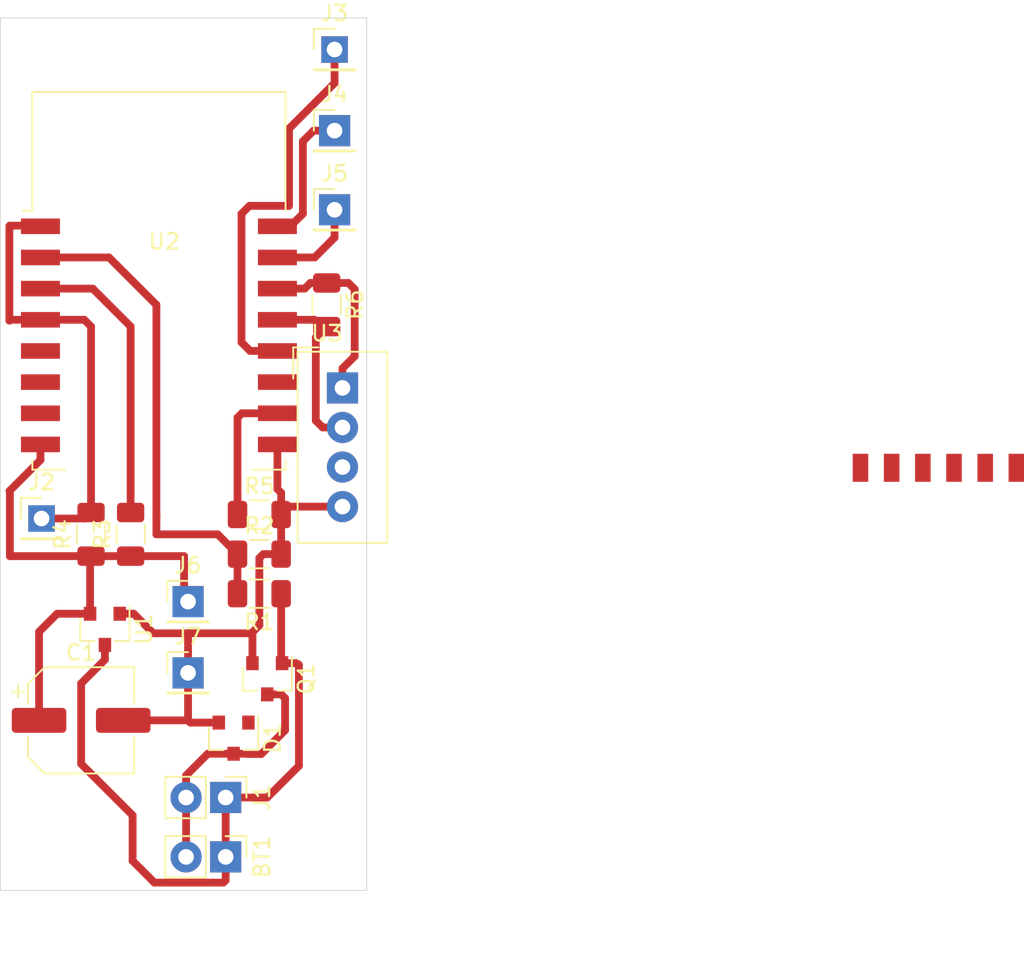
<source format=kicad_pcb>
(kicad_pcb (version 20171130) (host pcbnew "(5.1.5)-3")

  (general
    (thickness 1.6)
    (drawings 4)
    (tracks 128)
    (zones 0)
    (modules 20)
    (nets 26)
  )

  (page A4)
  (layers
    (0 F.Cu signal)
    (31 B.Cu signal)
    (32 B.Adhes user)
    (33 F.Adhes user)
    (34 B.Paste user)
    (35 F.Paste user)
    (36 B.SilkS user)
    (37 F.SilkS user)
    (38 B.Mask user)
    (39 F.Mask user)
    (40 Dwgs.User user)
    (41 Cmts.User user)
    (42 Eco1.User user)
    (43 Eco2.User user)
    (44 Edge.Cuts user)
    (45 Margin user)
    (46 B.CrtYd user)
    (47 F.CrtYd user)
    (48 B.Fab user)
    (49 F.Fab user)
  )

  (setup
    (last_trace_width 0.5)
    (user_trace_width 0.5)
    (trace_clearance 0.2)
    (zone_clearance 0.508)
    (zone_45_only no)
    (trace_min 0.2)
    (via_size 0.8)
    (via_drill 0.4)
    (via_min_size 0.4)
    (via_min_drill 0.3)
    (user_via 2 1)
    (uvia_size 0.3)
    (uvia_drill 0.1)
    (uvias_allowed no)
    (uvia_min_size 0.2)
    (uvia_min_drill 0.1)
    (edge_width 0.05)
    (segment_width 0.2)
    (pcb_text_width 0.3)
    (pcb_text_size 1.5 1.5)
    (mod_edge_width 0.12)
    (mod_text_size 1 1)
    (mod_text_width 0.15)
    (pad_size 2 2)
    (pad_drill 1)
    (pad_to_mask_clearance 0.051)
    (solder_mask_min_width 0.25)
    (aux_axis_origin 0 0)
    (visible_elements 7FFFFFFF)
    (pcbplotparams
      (layerselection 0x010fc_ffffffff)
      (usegerberextensions false)
      (usegerberattributes false)
      (usegerberadvancedattributes false)
      (creategerberjobfile false)
      (excludeedgelayer true)
      (linewidth 0.100000)
      (plotframeref false)
      (viasonmask false)
      (mode 1)
      (useauxorigin false)
      (hpglpennumber 1)
      (hpglpenspeed 20)
      (hpglpendiameter 15.000000)
      (psnegative false)
      (psa4output false)
      (plotreference true)
      (plotvalue true)
      (plotinvisibletext false)
      (padsonsilk false)
      (subtractmaskfromsilk false)
      (outputformat 1)
      (mirror false)
      (drillshape 1)
      (scaleselection 1)
      (outputdirectory ""))
  )

  (net 0 "")
  (net 1 GND)
  (net 2 "Net-(BT1-Pad1)")
  (net 3 "Net-(C1-Pad1)")
  (net 4 "Net-(J2-Pad1)")
  (net 5 "Net-(J3-Pad1)")
  (net 6 "Net-(R1-Pad2)")
  (net 7 "Net-(R3-Pad2)")
  (net 8 "Net-(R6-Pad1)")
  (net 9 "Net-(U2-Pad17)")
  (net 10 "Net-(U2-Pad14)")
  (net 11 "Net-(U2-Pad13)")
  (net 12 "Net-(U2-Pad12)")
  (net 13 "Net-(U2-Pad11)")
  (net 14 "Net-(U2-Pad10)")
  (net 15 "Net-(U2-Pad9)")
  (net 16 "Net-(U2-Pad7)")
  (net 17 "Net-(U2-Pad6)")
  (net 18 "Net-(U2-Pad5)")
  (net 19 "Net-(U3-Pad3)")
  (net 20 "Net-(BT1-Pad2)")
  (net 21 "Net-(D1-Pad1)")
  (net 22 "Net-(J4-Pad1)")
  (net 23 "Net-(J5-Pad1)")
  (net 24 "Net-(R5-Pad1)")
  (net 25 "Net-(R6-Pad2)")

  (net_class Default "To jest domyślna klasa połączeń."
    (clearance 0.2)
    (trace_width 0.25)
    (via_dia 0.8)
    (via_drill 0.4)
    (uvia_dia 0.3)
    (uvia_drill 0.1)
    (add_net GND)
    (add_net "Net-(BT1-Pad1)")
    (add_net "Net-(BT1-Pad2)")
    (add_net "Net-(C1-Pad1)")
    (add_net "Net-(D1-Pad1)")
    (add_net "Net-(J2-Pad1)")
    (add_net "Net-(J3-Pad1)")
    (add_net "Net-(J4-Pad1)")
    (add_net "Net-(J5-Pad1)")
    (add_net "Net-(R1-Pad2)")
    (add_net "Net-(R3-Pad2)")
    (add_net "Net-(R5-Pad1)")
    (add_net "Net-(R6-Pad1)")
    (add_net "Net-(R6-Pad2)")
    (add_net "Net-(U2-Pad10)")
    (add_net "Net-(U2-Pad11)")
    (add_net "Net-(U2-Pad12)")
    (add_net "Net-(U2-Pad13)")
    (add_net "Net-(U2-Pad14)")
    (add_net "Net-(U2-Pad17)")
    (add_net "Net-(U2-Pad5)")
    (add_net "Net-(U2-Pad6)")
    (add_net "Net-(U2-Pad7)")
    (add_net "Net-(U2-Pad9)")
    (add_net "Net-(U3-Pad3)")
  )

  (module Package_TO_SOT_SMD:SOT-23 (layer F.Cu) (tedit 5A02FF57) (tstamp 5E95C448)
    (at 182.118 129.921 270)
    (descr "SOT-23, Standard")
    (tags SOT-23)
    (path /5E963E71)
    (attr smd)
    (fp_text reference Q1 (at 0 -2.5 90) (layer F.SilkS)
      (effects (font (size 1 1) (thickness 0.15)))
    )
    (fp_text value IRLML0030 (at 0 2.5 90) (layer F.Fab)
      (effects (font (size 1 1) (thickness 0.15)))
    )
    (fp_line (start 0.76 1.58) (end -0.7 1.58) (layer F.SilkS) (width 0.12))
    (fp_line (start 0.76 -1.58) (end -1.4 -1.58) (layer F.SilkS) (width 0.12))
    (fp_line (start -1.7 1.75) (end -1.7 -1.75) (layer F.CrtYd) (width 0.05))
    (fp_line (start 1.7 1.75) (end -1.7 1.75) (layer F.CrtYd) (width 0.05))
    (fp_line (start 1.7 -1.75) (end 1.7 1.75) (layer F.CrtYd) (width 0.05))
    (fp_line (start -1.7 -1.75) (end 1.7 -1.75) (layer F.CrtYd) (width 0.05))
    (fp_line (start 0.76 -1.58) (end 0.76 -0.65) (layer F.SilkS) (width 0.12))
    (fp_line (start 0.76 1.58) (end 0.76 0.65) (layer F.SilkS) (width 0.12))
    (fp_line (start -0.7 1.52) (end 0.7 1.52) (layer F.Fab) (width 0.1))
    (fp_line (start 0.7 -1.52) (end 0.7 1.52) (layer F.Fab) (width 0.1))
    (fp_line (start -0.7 -0.95) (end -0.15 -1.52) (layer F.Fab) (width 0.1))
    (fp_line (start -0.15 -1.52) (end 0.7 -1.52) (layer F.Fab) (width 0.1))
    (fp_line (start -0.7 -0.95) (end -0.7 1.5) (layer F.Fab) (width 0.1))
    (fp_text user %R (at 0 0) (layer F.Fab)
      (effects (font (size 0.5 0.5) (thickness 0.075)))
    )
    (pad 3 smd rect (at 1 0 270) (size 0.9 0.8) (layers F.Cu F.Paste F.Mask)
      (net 20 "Net-(BT1-Pad2)"))
    (pad 2 smd rect (at -1 0.95 270) (size 0.9 0.8) (layers F.Cu F.Paste F.Mask)
      (net 1 GND))
    (pad 1 smd rect (at -1 -0.95 270) (size 0.9 0.8) (layers F.Cu F.Paste F.Mask)
      (net 2 "Net-(BT1-Pad1)"))
    (model ${KISYS3DMOD}/Package_TO_SOT_SMD.3dshapes/SOT-23.wrl
      (at (xyz 0 0 0))
      (scale (xyz 1 1 1))
      (rotate (xyz 0 0 0))
    )
  )

  (module Package_TO_SOT_SMD:SOT-23 (layer F.Cu) (tedit 5A02FF57) (tstamp 5E95C391)
    (at 179.959 133.731 270)
    (descr "SOT-23, Standard")
    (tags SOT-23)
    (path /5E962B4A)
    (attr smd)
    (fp_text reference D1 (at 0 -2.5 90) (layer F.SilkS)
      (effects (font (size 1 1) (thickness 0.15)))
    )
    (fp_text value BAT54C (at 0 2.5 90) (layer F.Fab)
      (effects (font (size 1 1) (thickness 0.15)))
    )
    (fp_line (start 0.76 1.58) (end -0.7 1.58) (layer F.SilkS) (width 0.12))
    (fp_line (start 0.76 -1.58) (end -1.4 -1.58) (layer F.SilkS) (width 0.12))
    (fp_line (start -1.7 1.75) (end -1.7 -1.75) (layer F.CrtYd) (width 0.05))
    (fp_line (start 1.7 1.75) (end -1.7 1.75) (layer F.CrtYd) (width 0.05))
    (fp_line (start 1.7 -1.75) (end 1.7 1.75) (layer F.CrtYd) (width 0.05))
    (fp_line (start -1.7 -1.75) (end 1.7 -1.75) (layer F.CrtYd) (width 0.05))
    (fp_line (start 0.76 -1.58) (end 0.76 -0.65) (layer F.SilkS) (width 0.12))
    (fp_line (start 0.76 1.58) (end 0.76 0.65) (layer F.SilkS) (width 0.12))
    (fp_line (start -0.7 1.52) (end 0.7 1.52) (layer F.Fab) (width 0.1))
    (fp_line (start 0.7 -1.52) (end 0.7 1.52) (layer F.Fab) (width 0.1))
    (fp_line (start -0.7 -0.95) (end -0.15 -1.52) (layer F.Fab) (width 0.1))
    (fp_line (start -0.15 -1.52) (end 0.7 -1.52) (layer F.Fab) (width 0.1))
    (fp_line (start -0.7 -0.95) (end -0.7 1.5) (layer F.Fab) (width 0.1))
    (fp_text user %R (at 0 0) (layer F.Fab)
      (effects (font (size 0.5 0.5) (thickness 0.075)))
    )
    (pad 3 smd rect (at 1 0 270) (size 0.9 0.8) (layers F.Cu F.Paste F.Mask)
      (net 20 "Net-(BT1-Pad2)"))
    (pad 2 smd rect (at -1 0.95 270) (size 0.9 0.8) (layers F.Cu F.Paste F.Mask)
      (net 1 GND))
    (pad 1 smd rect (at -1 -0.95 270) (size 0.9 0.8) (layers F.Cu F.Paste F.Mask)
      (net 21 "Net-(D1-Pad1)"))
    (model ${KISYS3DMOD}/Package_TO_SOT_SMD.3dshapes/SOT-23.wrl
      (at (xyz 0 0 0))
      (scale (xyz 1 1 1))
      (rotate (xyz 0 0 0))
    )
  )

  (module Connector_PinHeader_2.54mm:PinHeader_1x01_P2.54mm_Vertical (layer F.Cu) (tedit 59FED5CC) (tstamp 5E95A8D4)
    (at 186.436 89.535)
    (descr "Through hole straight pin header, 1x01, 2.54mm pitch, single row")
    (tags "Through hole pin header THT 1x01 2.54mm single row")
    (path /5E95EE0E)
    (fp_text reference J3 (at 0 -2.33) (layer F.SilkS)
      (effects (font (size 1 1) (thickness 0.15)))
    )
    (fp_text value FLASH (at 0 2.33) (layer F.Fab)
      (effects (font (size 1 1) (thickness 0.15)))
    )
    (fp_text user %R (at 0 0 90) (layer F.Fab)
      (effects (font (size 1 1) (thickness 0.15)))
    )
    (fp_line (start 1.8 -1.8) (end -1.8 -1.8) (layer F.CrtYd) (width 0.05))
    (fp_line (start 1.8 1.8) (end 1.8 -1.8) (layer F.CrtYd) (width 0.05))
    (fp_line (start -1.8 1.8) (end 1.8 1.8) (layer F.CrtYd) (width 0.05))
    (fp_line (start -1.8 -1.8) (end -1.8 1.8) (layer F.CrtYd) (width 0.05))
    (fp_line (start -1.33 -1.33) (end 0 -1.33) (layer F.SilkS) (width 0.12))
    (fp_line (start -1.33 0) (end -1.33 -1.33) (layer F.SilkS) (width 0.12))
    (fp_line (start -1.33 1.27) (end 1.33 1.27) (layer F.SilkS) (width 0.12))
    (fp_line (start 1.33 1.27) (end 1.33 1.33) (layer F.SilkS) (width 0.12))
    (fp_line (start -1.33 1.27) (end -1.33 1.33) (layer F.SilkS) (width 0.12))
    (fp_line (start -1.33 1.33) (end 1.33 1.33) (layer F.SilkS) (width 0.12))
    (fp_line (start -1.27 -0.635) (end -0.635 -1.27) (layer F.Fab) (width 0.1))
    (fp_line (start -1.27 1.27) (end -1.27 -0.635) (layer F.Fab) (width 0.1))
    (fp_line (start 1.27 1.27) (end -1.27 1.27) (layer F.Fab) (width 0.1))
    (fp_line (start 1.27 -1.27) (end 1.27 1.27) (layer F.Fab) (width 0.1))
    (fp_line (start -0.635 -1.27) (end 1.27 -1.27) (layer F.Fab) (width 0.1))
    (pad 1 thru_hole rect (at 0 0) (size 1.7 1.7) (drill 1) (layers *.Cu *.Mask)
      (net 5 "Net-(J3-Pad1)"))
    (model ${KISYS3DMOD}/Connector_PinHeader_2.54mm.3dshapes/PinHeader_1x01_P2.54mm_Vertical.wrl
      (at (xyz 0 0 0))
      (scale (xyz 1 1 1))
      (rotate (xyz 0 0 0))
    )
  )

  (module Connector_PinHeader_2.54mm:PinHeader_1x01_P2.54mm_Vertical (layer F.Cu) (tedit 59FED5CC) (tstamp 5E95A8BF)
    (at 167.64 119.634)
    (descr "Through hole straight pin header, 1x01, 2.54mm pitch, single row")
    (tags "Through hole pin header THT 1x01 2.54mm single row")
    (path /5E964C6C)
    (fp_text reference J2 (at 0 -2.33) (layer F.SilkS)
      (effects (font (size 1 1) (thickness 0.15)))
    )
    (fp_text value RESET (at 0 2.33) (layer F.Fab)
      (effects (font (size 1 1) (thickness 0.15)))
    )
    (fp_text user %R (at 0 0 90) (layer F.Fab)
      (effects (font (size 1 1) (thickness 0.15)))
    )
    (fp_line (start 1.8 -1.8) (end -1.8 -1.8) (layer F.CrtYd) (width 0.05))
    (fp_line (start 1.8 1.8) (end 1.8 -1.8) (layer F.CrtYd) (width 0.05))
    (fp_line (start -1.8 1.8) (end 1.8 1.8) (layer F.CrtYd) (width 0.05))
    (fp_line (start -1.8 -1.8) (end -1.8 1.8) (layer F.CrtYd) (width 0.05))
    (fp_line (start -1.33 -1.33) (end 0 -1.33) (layer F.SilkS) (width 0.12))
    (fp_line (start -1.33 0) (end -1.33 -1.33) (layer F.SilkS) (width 0.12))
    (fp_line (start -1.33 1.27) (end 1.33 1.27) (layer F.SilkS) (width 0.12))
    (fp_line (start 1.33 1.27) (end 1.33 1.33) (layer F.SilkS) (width 0.12))
    (fp_line (start -1.33 1.27) (end -1.33 1.33) (layer F.SilkS) (width 0.12))
    (fp_line (start -1.33 1.33) (end 1.33 1.33) (layer F.SilkS) (width 0.12))
    (fp_line (start -1.27 -0.635) (end -0.635 -1.27) (layer F.Fab) (width 0.1))
    (fp_line (start -1.27 1.27) (end -1.27 -0.635) (layer F.Fab) (width 0.1))
    (fp_line (start 1.27 1.27) (end -1.27 1.27) (layer F.Fab) (width 0.1))
    (fp_line (start 1.27 -1.27) (end 1.27 1.27) (layer F.Fab) (width 0.1))
    (fp_line (start -0.635 -1.27) (end 1.27 -1.27) (layer F.Fab) (width 0.1))
    (pad 1 thru_hole rect (at 0 0) (size 1.7 1.7) (drill 1) (layers *.Cu *.Mask)
      (net 4 "Net-(J2-Pad1)"))
    (model ${KISYS3DMOD}/Connector_PinHeader_2.54mm.3dshapes/PinHeader_1x01_P2.54mm_Vertical.wrl
      (at (xyz 0 0 0))
      (scale (xyz 1 1 1))
      (rotate (xyz 0 0 0))
    )
  )

  (module RF_Module:ESP-12E (layer F.Cu) (tedit 5E958E78) (tstamp 5E95A5D3)
    (at 175.17 104.38)
    (descr "Wi-Fi Module, http://wiki.ai-thinker.com/_media/esp8266/docs/aithinker_esp_12f_datasheet_en.pdf")
    (tags "Wi-Fi Module")
    (path /5E7B7147)
    (attr smd)
    (fp_text reference U2 (at 0.344 -2.526) (layer F.SilkS)
      (effects (font (size 1 1) (thickness 0.15)))
    )
    (fp_text value ESP-12E (at -0.06 -12.78) (layer F.Fab)
      (effects (font (size 1 1) (thickness 0.15)))
    )
    (fp_line (start 5.56 -4.8) (end 8.12 -7.36) (layer Dwgs.User) (width 0.12))
    (fp_line (start 2.56 -4.8) (end 8.12 -10.36) (layer Dwgs.User) (width 0.12))
    (fp_line (start -0.44 -4.8) (end 6.88 -12.12) (layer Dwgs.User) (width 0.12))
    (fp_line (start -3.44 -4.8) (end 3.88 -12.12) (layer Dwgs.User) (width 0.12))
    (fp_line (start -6.44 -4.8) (end 0.88 -12.12) (layer Dwgs.User) (width 0.12))
    (fp_line (start -8.12 -6.12) (end -2.12 -12.12) (layer Dwgs.User) (width 0.12))
    (fp_line (start -8.12 -9.12) (end -5.12 -12.12) (layer Dwgs.User) (width 0.12))
    (fp_line (start -8.12 -4.8) (end -8.12 -12.12) (layer Dwgs.User) (width 0.12))
    (fp_line (start 8.12 -4.8) (end -8.12 -4.8) (layer Dwgs.User) (width 0.12))
    (fp_line (start 8.12 -12.12) (end 8.12 -4.8) (layer Dwgs.User) (width 0.12))
    (fp_line (start -8.12 -12.12) (end 8.12 -12.12) (layer Dwgs.User) (width 0.12))
    (fp_line (start -8.12 -4.5) (end -8.73 -4.5) (layer F.SilkS) (width 0.12))
    (fp_line (start -8.12 -4.5) (end -8.12 -12.12) (layer F.SilkS) (width 0.12))
    (fp_line (start -8.12 12.12) (end -8.12 11.5) (layer F.SilkS) (width 0.12))
    (fp_line (start -6 12.12) (end -8.12 12.12) (layer F.SilkS) (width 0.12))
    (fp_line (start 8.12 12.12) (end 6 12.12) (layer F.SilkS) (width 0.12))
    (fp_line (start 8.12 11.5) (end 8.12 12.12) (layer F.SilkS) (width 0.12))
    (fp_line (start 8.12 -12.12) (end 8.12 -4.5) (layer F.SilkS) (width 0.12))
    (fp_line (start -8.12 -12.12) (end 8.12 -12.12) (layer F.SilkS) (width 0.12))
    (fp_line (start -9.05 13.1) (end -9.05 -12.2) (layer F.CrtYd) (width 0.05))
    (fp_line (start 9.05 13.1) (end -9.05 13.1) (layer F.CrtYd) (width 0.05))
    (fp_line (start 9.05 -12.2) (end 9.05 13.1) (layer F.CrtYd) (width 0.05))
    (fp_line (start -9.05 -12.2) (end 9.05 -12.2) (layer F.CrtYd) (width 0.05))
    (fp_line (start -8 -4) (end -8 -12) (layer F.Fab) (width 0.12))
    (fp_line (start -7.5 -3.5) (end -8 -4) (layer F.Fab) (width 0.12))
    (fp_line (start -8 -3) (end -7.5 -3.5) (layer F.Fab) (width 0.12))
    (fp_line (start -8 12) (end -8 -3) (layer F.Fab) (width 0.12))
    (fp_line (start 8 12) (end -8 12) (layer F.Fab) (width 0.12))
    (fp_line (start 8 -12) (end 8 12) (layer F.Fab) (width 0.12))
    (fp_line (start -8 -12) (end 8 -12) (layer F.Fab) (width 0.12))
    (fp_text user %R (at 0.49 -0.8) (layer F.Fab)
      (effects (font (size 1 1) (thickness 0.15)))
    )
    (fp_text user "KEEP-OUT ZONE" (at 0.03 -9.55 180) (layer Cmts.User)
      (effects (font (size 1 1) (thickness 0.15)))
    )
    (fp_text user Antenna (at -0.06 -7 180) (layer Cmts.User)
      (effects (font (size 1 1) (thickness 0.15)))
    )
    (pad 22 smd rect (at 7.6 -3.5) (size 2.5 1) (layers F.Cu F.Paste F.Mask)
      (net 22 "Net-(J4-Pad1)"))
    (pad 21 smd rect (at 7.6 -1.5) (size 2.5 1) (layers F.Cu F.Paste F.Mask)
      (net 23 "Net-(J5-Pad1)"))
    (pad 20 smd rect (at 7.6 0.5) (size 2.5 1) (layers F.Cu F.Paste F.Mask)
      (net 8 "Net-(R6-Pad1)"))
    (pad 19 smd rect (at 7.6 2.5) (size 2.5 1) (layers F.Cu F.Paste F.Mask)
      (net 25 "Net-(R6-Pad2)"))
    (pad 18 smd rect (at 7.6 4.5) (size 2.5 1) (layers F.Cu F.Paste F.Mask)
      (net 5 "Net-(J3-Pad1)"))
    (pad 17 smd rect (at 7.6 6.5) (size 2.5 1) (layers F.Cu F.Paste F.Mask)
      (net 9 "Net-(U2-Pad17)"))
    (pad 16 smd rect (at 7.6 8.5) (size 2.5 1) (layers F.Cu F.Paste F.Mask)
      (net 24 "Net-(R5-Pad1)"))
    (pad 15 smd rect (at 7.6 10.5) (size 2.5 1) (layers F.Cu F.Paste F.Mask)
      (net 1 GND))
    (pad 14 smd rect (at 55 12) (size 1 1.8) (layers F.Cu F.Paste F.Mask)
      (net 10 "Net-(U2-Pad14)"))
    (pad 13 smd rect (at 53 12) (size 1 1.8) (layers F.Cu F.Paste F.Mask)
      (net 11 "Net-(U2-Pad13)"))
    (pad 12 smd rect (at 51 12) (size 1 1.8) (layers F.Cu F.Paste F.Mask)
      (net 12 "Net-(U2-Pad12)"))
    (pad 11 smd rect (at 49 12) (size 1 1.8) (layers F.Cu F.Paste F.Mask)
      (net 13 "Net-(U2-Pad11)"))
    (pad 10 smd rect (at 47 12) (size 1 1.8) (layers F.Cu F.Paste F.Mask)
      (net 14 "Net-(U2-Pad10)"))
    (pad 9 smd rect (at 45 12) (size 1 1.8) (layers F.Cu F.Paste F.Mask)
      (net 15 "Net-(U2-Pad9)"))
    (pad 8 smd rect (at -7.6 10.5) (size 2.5 1) (layers F.Cu F.Paste F.Mask)
      (net 3 "Net-(C1-Pad1)"))
    (pad 7 smd rect (at -7.6 8.5) (size 2.5 1) (layers F.Cu F.Paste F.Mask)
      (net 16 "Net-(U2-Pad7)"))
    (pad 6 smd rect (at -7.6 6.5) (size 2.5 1) (layers F.Cu F.Paste F.Mask)
      (net 17 "Net-(U2-Pad6)"))
    (pad 5 smd rect (at -7.6 4.5) (size 2.5 1) (layers F.Cu F.Paste F.Mask)
      (net 18 "Net-(U2-Pad5)"))
    (pad 4 smd rect (at -7.6 2.5) (size 2.5 1) (layers F.Cu F.Paste F.Mask)
      (net 4 "Net-(J2-Pad1)"))
    (pad 3 smd rect (at -7.6 0.5) (size 2.5 1) (layers F.Cu F.Paste F.Mask)
      (net 7 "Net-(R3-Pad2)"))
    (pad 2 smd rect (at -7.6 -1.5) (size 2.5 1) (layers F.Cu F.Paste F.Mask)
      (net 6 "Net-(R1-Pad2)"))
    (pad 1 smd rect (at -7.6 -3.5) (size 2.5 1) (layers F.Cu F.Paste F.Mask)
      (net 4 "Net-(J2-Pad1)"))
    (model ${KISYS3DMOD}/RF_Module.3dshapes/ESP-12E.wrl
      (at (xyz 0 0 0))
      (scale (xyz 1 1 1))
      (rotate (xyz 0 0 0))
    )
  )

  (module Sensor:Aosong_DHT11_5.5x12.0_P2.54mm (layer F.Cu) (tedit 5E959405) (tstamp 5E95952A)
    (at 186.944 111.252)
    (descr "Temperature and humidity module, http://akizukidenshi.com/download/ds/aosong/DHT11.pdf")
    (tags "Temperature and humidity module")
    (path /5E7C5D29)
    (fp_text reference U3 (at -1 -3.5) (layer F.SilkS)
      (effects (font (size 1 1) (thickness 0.15)))
    )
    (fp_text value DHT22 (at 0 11.3) (layer F.Fab)
      (effects (font (size 1 1) (thickness 0.15)))
    )
    (fp_line (start -3.16 -2.6) (end -1.55 -2.6) (layer F.SilkS) (width 0.12))
    (fp_line (start -3.16 -2.6) (end -3.16 -0.6) (layer F.SilkS) (width 0.12))
    (fp_line (start -2.75 -1.19) (end -1.75 -2.19) (layer F.Fab) (width 0.1))
    (fp_line (start -3 10.06) (end -3 -2.44) (layer F.CrtYd) (width 0.05))
    (fp_line (start 3 10.06) (end -3 10.06) (layer F.CrtYd) (width 0.05))
    (fp_line (start 3 -2.44) (end 3 10.06) (layer F.CrtYd) (width 0.05))
    (fp_line (start -3 -2.44) (end 3 -2.44) (layer F.CrtYd) (width 0.05))
    (fp_text user %R (at 0 3.81) (layer F.Fab)
      (effects (font (size 1 1) (thickness 0.15)))
    )
    (fp_line (start -2.88 9.94) (end -2.88 -2.31) (layer F.SilkS) (width 0.12))
    (fp_line (start 2.88 9.94) (end -2.88 9.94) (layer F.SilkS) (width 0.12))
    (fp_line (start 2.88 -2.32) (end 2.88 9.94) (layer F.SilkS) (width 0.12))
    (fp_line (start -2.87 -2.32) (end 2.87 -2.32) (layer F.SilkS) (width 0.12))
    (fp_line (start -2.75 -1.19) (end -2.75 9.81) (layer F.Fab) (width 0.1))
    (fp_line (start 2.75 9.81) (end -2.75 9.81) (layer F.Fab) (width 0.1))
    (fp_line (start 2.75 -2.19) (end 2.75 9.81) (layer F.Fab) (width 0.1))
    (fp_line (start -1.75 -2.19) (end 2.75 -2.19) (layer F.Fab) (width 0.1))
    (pad 4 thru_hole circle (at 0 7.62) (size 2 2) (drill 1) (layers *.Cu *.Mask)
      (net 1 GND))
    (pad 3 thru_hole circle (at 0 5.08) (size 2 2) (drill 1) (layers *.Cu *.Mask)
      (net 19 "Net-(U3-Pad3)"))
    (pad 2 thru_hole circle (at 0 2.54) (size 2 2) (drill 1) (layers *.Cu *.Mask)
      (net 25 "Net-(R6-Pad2)"))
    (pad 1 thru_hole rect (at 0 0) (size 2 2) (drill 1) (layers *.Cu *.Mask)
      (net 8 "Net-(R6-Pad1)"))
    (model ${KISYS3DMOD}/Sensor.3dshapes/Aosong_DHT11_5.5x12.0_P2.54mm.wrl
      (at (xyz 0 0 0))
      (scale (xyz 1 1 1))
      (rotate (xyz 0 0 0))
    )
  )

  (module Package_TO_SOT_SMD:SOT-23 (layer F.Cu) (tedit 5A02FF57) (tstamp 5E9594D7)
    (at 171.704 126.746 270)
    (descr "SOT-23, Standard")
    (tags SOT-23)
    (path /5E7B7767)
    (attr smd)
    (fp_text reference U1 (at 0 -2.5 270) (layer F.SilkS)
      (effects (font (size 1 1) (thickness 0.15)))
    )
    (fp_text value MCP1700-3302E (at 0 2.5 270) (layer F.Fab)
      (effects (font (size 1 1) (thickness 0.15)))
    )
    (fp_line (start 0.76 1.58) (end -0.7 1.58) (layer F.SilkS) (width 0.12))
    (fp_line (start 0.76 -1.58) (end -1.4 -1.58) (layer F.SilkS) (width 0.12))
    (fp_line (start -1.7 1.75) (end -1.7 -1.75) (layer F.CrtYd) (width 0.05))
    (fp_line (start 1.7 1.75) (end -1.7 1.75) (layer F.CrtYd) (width 0.05))
    (fp_line (start 1.7 -1.75) (end 1.7 1.75) (layer F.CrtYd) (width 0.05))
    (fp_line (start -1.7 -1.75) (end 1.7 -1.75) (layer F.CrtYd) (width 0.05))
    (fp_line (start 0.76 -1.58) (end 0.76 -0.65) (layer F.SilkS) (width 0.12))
    (fp_line (start 0.76 1.58) (end 0.76 0.65) (layer F.SilkS) (width 0.12))
    (fp_line (start -0.7 1.52) (end 0.7 1.52) (layer F.Fab) (width 0.1))
    (fp_line (start 0.7 -1.52) (end 0.7 1.52) (layer F.Fab) (width 0.1))
    (fp_line (start -0.7 -0.95) (end -0.15 -1.52) (layer F.Fab) (width 0.1))
    (fp_line (start -0.15 -1.52) (end 0.7 -1.52) (layer F.Fab) (width 0.1))
    (fp_line (start -0.7 -0.95) (end -0.7 1.5) (layer F.Fab) (width 0.1))
    (fp_text user %R (at 0 0) (layer F.Fab)
      (effects (font (size 0.5 0.5) (thickness 0.075)))
    )
    (pad 3 smd rect (at 1 0 270) (size 0.9 0.8) (layers F.Cu F.Paste F.Mask)
      (net 2 "Net-(BT1-Pad1)"))
    (pad 2 smd rect (at -1 0.95 270) (size 0.9 0.8) (layers F.Cu F.Paste F.Mask)
      (net 3 "Net-(C1-Pad1)"))
    (pad 1 smd rect (at -1 -0.95 270) (size 0.9 0.8) (layers F.Cu F.Paste F.Mask)
      (net 1 GND))
    (model ${KISYS3DMOD}/Package_TO_SOT_SMD.3dshapes/SOT-23.wrl
      (at (xyz 0 0 0))
      (scale (xyz 1 1 1))
      (rotate (xyz 0 0 0))
    )
  )

  (module Resistor_SMD:R_1206_3216Metric (layer F.Cu) (tedit 5B301BBD) (tstamp 5E9594C2)
    (at 185.928 105.918 270)
    (descr "Resistor SMD 1206 (3216 Metric), square (rectangular) end terminal, IPC_7351 nominal, (Body size source: http://www.tortai-tech.com/upload/download/2011102023233369053.pdf), generated with kicad-footprint-generator")
    (tags resistor)
    (path /5E7DC1C3)
    (attr smd)
    (fp_text reference R6 (at 0 -1.82 270) (layer F.SilkS)
      (effects (font (size 1 1) (thickness 0.15)))
    )
    (fp_text value 10k (at 0 1.82 270) (layer F.Fab)
      (effects (font (size 1 1) (thickness 0.15)))
    )
    (fp_text user %R (at 0 0 270) (layer F.Fab)
      (effects (font (size 0.8 0.8) (thickness 0.12)))
    )
    (fp_line (start 2.28 1.12) (end -2.28 1.12) (layer F.CrtYd) (width 0.05))
    (fp_line (start 2.28 -1.12) (end 2.28 1.12) (layer F.CrtYd) (width 0.05))
    (fp_line (start -2.28 -1.12) (end 2.28 -1.12) (layer F.CrtYd) (width 0.05))
    (fp_line (start -2.28 1.12) (end -2.28 -1.12) (layer F.CrtYd) (width 0.05))
    (fp_line (start -0.602064 0.91) (end 0.602064 0.91) (layer F.SilkS) (width 0.12))
    (fp_line (start -0.602064 -0.91) (end 0.602064 -0.91) (layer F.SilkS) (width 0.12))
    (fp_line (start 1.6 0.8) (end -1.6 0.8) (layer F.Fab) (width 0.1))
    (fp_line (start 1.6 -0.8) (end 1.6 0.8) (layer F.Fab) (width 0.1))
    (fp_line (start -1.6 -0.8) (end 1.6 -0.8) (layer F.Fab) (width 0.1))
    (fp_line (start -1.6 0.8) (end -1.6 -0.8) (layer F.Fab) (width 0.1))
    (pad 2 smd roundrect (at 1.4 0 270) (size 1.25 1.75) (layers F.Cu F.Paste F.Mask) (roundrect_rratio 0.2)
      (net 25 "Net-(R6-Pad2)"))
    (pad 1 smd roundrect (at -1.4 0 270) (size 1.25 1.75) (layers F.Cu F.Paste F.Mask) (roundrect_rratio 0.2)
      (net 8 "Net-(R6-Pad1)"))
    (model ${KISYS3DMOD}/Resistor_SMD.3dshapes/R_1206_3216Metric.wrl
      (at (xyz 0 0 0))
      (scale (xyz 1 1 1))
      (rotate (xyz 0 0 0))
    )
  )

  (module Resistor_SMD:R_1206_3216Metric (layer F.Cu) (tedit 5B301BBD) (tstamp 5E9594B1)
    (at 181.61 119.38)
    (descr "Resistor SMD 1206 (3216 Metric), square (rectangular) end terminal, IPC_7351 nominal, (Body size source: http://www.tortai-tech.com/upload/download/2011102023233369053.pdf), generated with kicad-footprint-generator")
    (tags resistor)
    (path /5E92C595)
    (attr smd)
    (fp_text reference R5 (at 0 -1.82) (layer F.SilkS)
      (effects (font (size 1 1) (thickness 0.15)))
    )
    (fp_text value 10k (at 0 1.82) (layer F.Fab)
      (effects (font (size 1 1) (thickness 0.15)))
    )
    (fp_text user %R (at 0 0) (layer F.Fab)
      (effects (font (size 0.8 0.8) (thickness 0.12)))
    )
    (fp_line (start 2.28 1.12) (end -2.28 1.12) (layer F.CrtYd) (width 0.05))
    (fp_line (start 2.28 -1.12) (end 2.28 1.12) (layer F.CrtYd) (width 0.05))
    (fp_line (start -2.28 -1.12) (end 2.28 -1.12) (layer F.CrtYd) (width 0.05))
    (fp_line (start -2.28 1.12) (end -2.28 -1.12) (layer F.CrtYd) (width 0.05))
    (fp_line (start -0.602064 0.91) (end 0.602064 0.91) (layer F.SilkS) (width 0.12))
    (fp_line (start -0.602064 -0.91) (end 0.602064 -0.91) (layer F.SilkS) (width 0.12))
    (fp_line (start 1.6 0.8) (end -1.6 0.8) (layer F.Fab) (width 0.1))
    (fp_line (start 1.6 -0.8) (end 1.6 0.8) (layer F.Fab) (width 0.1))
    (fp_line (start -1.6 -0.8) (end 1.6 -0.8) (layer F.Fab) (width 0.1))
    (fp_line (start -1.6 0.8) (end -1.6 -0.8) (layer F.Fab) (width 0.1))
    (pad 2 smd roundrect (at 1.4 0) (size 1.25 1.75) (layers F.Cu F.Paste F.Mask) (roundrect_rratio 0.2)
      (net 1 GND))
    (pad 1 smd roundrect (at -1.4 0) (size 1.25 1.75) (layers F.Cu F.Paste F.Mask) (roundrect_rratio 0.2)
      (net 24 "Net-(R5-Pad1)"))
    (model ${KISYS3DMOD}/Resistor_SMD.3dshapes/R_1206_3216Metric.wrl
      (at (xyz 0 0 0))
      (scale (xyz 1 1 1))
      (rotate (xyz 0 0 0))
    )
  )

  (module Resistor_SMD:R_1206_3216Metric (layer F.Cu) (tedit 5B301BBD) (tstamp 5E95948F)
    (at 170.815 120.65 90)
    (descr "Resistor SMD 1206 (3216 Metric), square (rectangular) end terminal, IPC_7351 nominal, (Body size source: http://www.tortai-tech.com/upload/download/2011102023233369053.pdf), generated with kicad-footprint-generator")
    (tags resistor)
    (path /5E91066C)
    (attr smd)
    (fp_text reference R4 (at 0 -1.82 90) (layer F.SilkS)
      (effects (font (size 1 1) (thickness 0.15)))
    )
    (fp_text value 10k (at 0 1.82 90) (layer F.Fab)
      (effects (font (size 1 1) (thickness 0.15)))
    )
    (fp_text user %R (at 0 0 90) (layer F.Fab)
      (effects (font (size 0.8 0.8) (thickness 0.12)))
    )
    (fp_line (start 2.28 1.12) (end -2.28 1.12) (layer F.CrtYd) (width 0.05))
    (fp_line (start 2.28 -1.12) (end 2.28 1.12) (layer F.CrtYd) (width 0.05))
    (fp_line (start -2.28 -1.12) (end 2.28 -1.12) (layer F.CrtYd) (width 0.05))
    (fp_line (start -2.28 1.12) (end -2.28 -1.12) (layer F.CrtYd) (width 0.05))
    (fp_line (start -0.602064 0.91) (end 0.602064 0.91) (layer F.SilkS) (width 0.12))
    (fp_line (start -0.602064 -0.91) (end 0.602064 -0.91) (layer F.SilkS) (width 0.12))
    (fp_line (start 1.6 0.8) (end -1.6 0.8) (layer F.Fab) (width 0.1))
    (fp_line (start 1.6 -0.8) (end 1.6 0.8) (layer F.Fab) (width 0.1))
    (fp_line (start -1.6 -0.8) (end 1.6 -0.8) (layer F.Fab) (width 0.1))
    (fp_line (start -1.6 0.8) (end -1.6 -0.8) (layer F.Fab) (width 0.1))
    (pad 2 smd roundrect (at 1.4 0 90) (size 1.25 1.75) (layers F.Cu F.Paste F.Mask) (roundrect_rratio 0.2)
      (net 4 "Net-(J2-Pad1)"))
    (pad 1 smd roundrect (at -1.4 0 90) (size 1.25 1.75) (layers F.Cu F.Paste F.Mask) (roundrect_rratio 0.2)
      (net 3 "Net-(C1-Pad1)"))
    (model ${KISYS3DMOD}/Resistor_SMD.3dshapes/R_1206_3216Metric.wrl
      (at (xyz 0 0 0))
      (scale (xyz 1 1 1))
      (rotate (xyz 0 0 0))
    )
  )

  (module Resistor_SMD:R_1206_3216Metric (layer F.Cu) (tedit 5B301BBD) (tstamp 5E95947E)
    (at 173.355 120.65 90)
    (descr "Resistor SMD 1206 (3216 Metric), square (rectangular) end terminal, IPC_7351 nominal, (Body size source: http://www.tortai-tech.com/upload/download/2011102023233369053.pdf), generated with kicad-footprint-generator")
    (tags resistor)
    (path /5E9173AE)
    (attr smd)
    (fp_text reference R3 (at 0 -1.82 90) (layer F.SilkS)
      (effects (font (size 1 1) (thickness 0.15)))
    )
    (fp_text value 10k (at 0 1.82 90) (layer F.Fab)
      (effects (font (size 1 1) (thickness 0.15)))
    )
    (fp_text user %R (at 0 0 90) (layer F.Fab)
      (effects (font (size 0.8 0.8) (thickness 0.12)))
    )
    (fp_line (start 2.28 1.12) (end -2.28 1.12) (layer F.CrtYd) (width 0.05))
    (fp_line (start 2.28 -1.12) (end 2.28 1.12) (layer F.CrtYd) (width 0.05))
    (fp_line (start -2.28 -1.12) (end 2.28 -1.12) (layer F.CrtYd) (width 0.05))
    (fp_line (start -2.28 1.12) (end -2.28 -1.12) (layer F.CrtYd) (width 0.05))
    (fp_line (start -0.602064 0.91) (end 0.602064 0.91) (layer F.SilkS) (width 0.12))
    (fp_line (start -0.602064 -0.91) (end 0.602064 -0.91) (layer F.SilkS) (width 0.12))
    (fp_line (start 1.6 0.8) (end -1.6 0.8) (layer F.Fab) (width 0.1))
    (fp_line (start 1.6 -0.8) (end 1.6 0.8) (layer F.Fab) (width 0.1))
    (fp_line (start -1.6 -0.8) (end 1.6 -0.8) (layer F.Fab) (width 0.1))
    (fp_line (start -1.6 0.8) (end -1.6 -0.8) (layer F.Fab) (width 0.1))
    (pad 2 smd roundrect (at 1.4 0 90) (size 1.25 1.75) (layers F.Cu F.Paste F.Mask) (roundrect_rratio 0.2)
      (net 7 "Net-(R3-Pad2)"))
    (pad 1 smd roundrect (at -1.4 0 90) (size 1.25 1.75) (layers F.Cu F.Paste F.Mask) (roundrect_rratio 0.2)
      (net 3 "Net-(C1-Pad1)"))
    (model ${KISYS3DMOD}/Resistor_SMD.3dshapes/R_1206_3216Metric.wrl
      (at (xyz 0 0 0))
      (scale (xyz 1 1 1))
      (rotate (xyz 0 0 0))
    )
  )

  (module Resistor_SMD:R_1206_3216Metric (layer F.Cu) (tedit 5B301BBD) (tstamp 5E95946D)
    (at 181.61 121.92)
    (descr "Resistor SMD 1206 (3216 Metric), square (rectangular) end terminal, IPC_7351 nominal, (Body size source: http://www.tortai-tech.com/upload/download/2011102023233369053.pdf), generated with kicad-footprint-generator")
    (tags resistor)
    (path /5E7C3514)
    (attr smd)
    (fp_text reference R2 (at 0 -1.82) (layer F.SilkS)
      (effects (font (size 1 1) (thickness 0.15)))
    )
    (fp_text value 82k (at 0 1.82) (layer F.Fab)
      (effects (font (size 1 1) (thickness 0.15)))
    )
    (fp_text user %R (at 0 0) (layer F.Fab)
      (effects (font (size 0.8 0.8) (thickness 0.12)))
    )
    (fp_line (start 2.28 1.12) (end -2.28 1.12) (layer F.CrtYd) (width 0.05))
    (fp_line (start 2.28 -1.12) (end 2.28 1.12) (layer F.CrtYd) (width 0.05))
    (fp_line (start -2.28 -1.12) (end 2.28 -1.12) (layer F.CrtYd) (width 0.05))
    (fp_line (start -2.28 1.12) (end -2.28 -1.12) (layer F.CrtYd) (width 0.05))
    (fp_line (start -0.602064 0.91) (end 0.602064 0.91) (layer F.SilkS) (width 0.12))
    (fp_line (start -0.602064 -0.91) (end 0.602064 -0.91) (layer F.SilkS) (width 0.12))
    (fp_line (start 1.6 0.8) (end -1.6 0.8) (layer F.Fab) (width 0.1))
    (fp_line (start 1.6 -0.8) (end 1.6 0.8) (layer F.Fab) (width 0.1))
    (fp_line (start -1.6 -0.8) (end 1.6 -0.8) (layer F.Fab) (width 0.1))
    (fp_line (start -1.6 0.8) (end -1.6 -0.8) (layer F.Fab) (width 0.1))
    (pad 2 smd roundrect (at 1.4 0) (size 1.25 1.75) (layers F.Cu F.Paste F.Mask) (roundrect_rratio 0.2)
      (net 1 GND))
    (pad 1 smd roundrect (at -1.4 0) (size 1.25 1.75) (layers F.Cu F.Paste F.Mask) (roundrect_rratio 0.2)
      (net 6 "Net-(R1-Pad2)"))
    (model ${KISYS3DMOD}/Resistor_SMD.3dshapes/R_1206_3216Metric.wrl
      (at (xyz 0 0 0))
      (scale (xyz 1 1 1))
      (rotate (xyz 0 0 0))
    )
  )

  (module Resistor_SMD:R_1206_3216Metric (layer F.Cu) (tedit 5B301BBD) (tstamp 5E95945C)
    (at 181.61 124.46 180)
    (descr "Resistor SMD 1206 (3216 Metric), square (rectangular) end terminal, IPC_7351 nominal, (Body size source: http://www.tortai-tech.com/upload/download/2011102023233369053.pdf), generated with kicad-footprint-generator")
    (tags resistor)
    (path /5E7C2347)
    (attr smd)
    (fp_text reference R1 (at 0 -1.82 180) (layer F.SilkS)
      (effects (font (size 1 1) (thickness 0.15)))
    )
    (fp_text value 330k (at 0 1.82 180) (layer F.Fab)
      (effects (font (size 1 1) (thickness 0.15)))
    )
    (fp_text user %R (at 0 0 180) (layer F.Fab)
      (effects (font (size 0.8 0.8) (thickness 0.12)))
    )
    (fp_line (start 2.28 1.12) (end -2.28 1.12) (layer F.CrtYd) (width 0.05))
    (fp_line (start 2.28 -1.12) (end 2.28 1.12) (layer F.CrtYd) (width 0.05))
    (fp_line (start -2.28 -1.12) (end 2.28 -1.12) (layer F.CrtYd) (width 0.05))
    (fp_line (start -2.28 1.12) (end -2.28 -1.12) (layer F.CrtYd) (width 0.05))
    (fp_line (start -0.602064 0.91) (end 0.602064 0.91) (layer F.SilkS) (width 0.12))
    (fp_line (start -0.602064 -0.91) (end 0.602064 -0.91) (layer F.SilkS) (width 0.12))
    (fp_line (start 1.6 0.8) (end -1.6 0.8) (layer F.Fab) (width 0.1))
    (fp_line (start 1.6 -0.8) (end 1.6 0.8) (layer F.Fab) (width 0.1))
    (fp_line (start -1.6 -0.8) (end 1.6 -0.8) (layer F.Fab) (width 0.1))
    (fp_line (start -1.6 0.8) (end -1.6 -0.8) (layer F.Fab) (width 0.1))
    (pad 2 smd roundrect (at 1.4 0 180) (size 1.25 1.75) (layers F.Cu F.Paste F.Mask) (roundrect_rratio 0.2)
      (net 6 "Net-(R1-Pad2)"))
    (pad 1 smd roundrect (at -1.4 0 180) (size 1.25 1.75) (layers F.Cu F.Paste F.Mask) (roundrect_rratio 0.2)
      (net 2 "Net-(BT1-Pad1)"))
    (model ${KISYS3DMOD}/Resistor_SMD.3dshapes/R_1206_3216Metric.wrl
      (at (xyz 0 0 0))
      (scale (xyz 1 1 1))
      (rotate (xyz 0 0 0))
    )
  )

  (module Connector_PinHeader_2.54mm:PinHeader_1x01_P2.54mm_Vertical (layer F.Cu) (tedit 5E9593BF) (tstamp 5E95944B)
    (at 177.038 129.54)
    (descr "Through hole straight pin header, 1x01, 2.54mm pitch, single row")
    (tags "Through hole pin header THT 1x01 2.54mm single row")
    (path /5E918518)
    (fp_text reference J7 (at 0 -2.33) (layer F.SilkS)
      (effects (font (size 1 1) (thickness 0.15)))
    )
    (fp_text value GND (at 0 2.33) (layer F.Fab)
      (effects (font (size 1 1) (thickness 0.15)))
    )
    (fp_text user %R (at 0 0 90) (layer F.Fab)
      (effects (font (size 1 1) (thickness 0.15)))
    )
    (fp_line (start 1.8 -1.8) (end -1.8 -1.8) (layer F.CrtYd) (width 0.05))
    (fp_line (start 1.8 1.8) (end 1.8 -1.8) (layer F.CrtYd) (width 0.05))
    (fp_line (start -1.8 1.8) (end 1.8 1.8) (layer F.CrtYd) (width 0.05))
    (fp_line (start -1.8 -1.8) (end -1.8 1.8) (layer F.CrtYd) (width 0.05))
    (fp_line (start -1.33 -1.33) (end 0 -1.33) (layer F.SilkS) (width 0.12))
    (fp_line (start -1.33 0) (end -1.33 -1.33) (layer F.SilkS) (width 0.12))
    (fp_line (start -1.33 1.27) (end 1.33 1.27) (layer F.SilkS) (width 0.12))
    (fp_line (start 1.33 1.27) (end 1.33 1.33) (layer F.SilkS) (width 0.12))
    (fp_line (start -1.33 1.27) (end -1.33 1.33) (layer F.SilkS) (width 0.12))
    (fp_line (start -1.33 1.33) (end 1.33 1.33) (layer F.SilkS) (width 0.12))
    (fp_line (start -1.27 -0.635) (end -0.635 -1.27) (layer F.Fab) (width 0.1))
    (fp_line (start -1.27 1.27) (end -1.27 -0.635) (layer F.Fab) (width 0.1))
    (fp_line (start 1.27 1.27) (end -1.27 1.27) (layer F.Fab) (width 0.1))
    (fp_line (start 1.27 -1.27) (end 1.27 1.27) (layer F.Fab) (width 0.1))
    (fp_line (start -0.635 -1.27) (end 1.27 -1.27) (layer F.Fab) (width 0.1))
    (pad 1 thru_hole rect (at 0 0) (size 2 2) (drill 1) (layers *.Cu *.Mask)
      (net 1 GND))
    (model ${KISYS3DMOD}/Connector_PinHeader_2.54mm.3dshapes/PinHeader_1x01_P2.54mm_Vertical.wrl
      (at (xyz 0 0 0))
      (scale (xyz 1 1 1))
      (rotate (xyz 0 0 0))
    )
  )

  (module Connector_PinHeader_2.54mm:PinHeader_1x01_P2.54mm_Vertical (layer F.Cu) (tedit 5E9593D3) (tstamp 5E959436)
    (at 177.038 124.968)
    (descr "Through hole straight pin header, 1x01, 2.54mm pitch, single row")
    (tags "Through hole pin header THT 1x01 2.54mm single row")
    (path /5E916D21)
    (fp_text reference J6 (at 0 -2.33) (layer F.SilkS)
      (effects (font (size 1 1) (thickness 0.15)))
    )
    (fp_text value 3V3 (at 0 2.33) (layer F.Fab)
      (effects (font (size 1 1) (thickness 0.15)))
    )
    (fp_text user %R (at 0 0 90) (layer F.Fab)
      (effects (font (size 1 1) (thickness 0.15)))
    )
    (fp_line (start 1.8 -1.8) (end -1.8 -1.8) (layer F.CrtYd) (width 0.05))
    (fp_line (start 1.8 1.8) (end 1.8 -1.8) (layer F.CrtYd) (width 0.05))
    (fp_line (start -1.8 1.8) (end 1.8 1.8) (layer F.CrtYd) (width 0.05))
    (fp_line (start -1.8 -1.8) (end -1.8 1.8) (layer F.CrtYd) (width 0.05))
    (fp_line (start -1.33 -1.33) (end 0 -1.33) (layer F.SilkS) (width 0.12))
    (fp_line (start -1.33 0) (end -1.33 -1.33) (layer F.SilkS) (width 0.12))
    (fp_line (start -1.33 1.27) (end 1.33 1.27) (layer F.SilkS) (width 0.12))
    (fp_line (start 1.33 1.27) (end 1.33 1.33) (layer F.SilkS) (width 0.12))
    (fp_line (start -1.33 1.27) (end -1.33 1.33) (layer F.SilkS) (width 0.12))
    (fp_line (start -1.33 1.33) (end 1.33 1.33) (layer F.SilkS) (width 0.12))
    (fp_line (start -1.27 -0.635) (end -0.635 -1.27) (layer F.Fab) (width 0.1))
    (fp_line (start -1.27 1.27) (end -1.27 -0.635) (layer F.Fab) (width 0.1))
    (fp_line (start 1.27 1.27) (end -1.27 1.27) (layer F.Fab) (width 0.1))
    (fp_line (start 1.27 -1.27) (end 1.27 1.27) (layer F.Fab) (width 0.1))
    (fp_line (start -0.635 -1.27) (end 1.27 -1.27) (layer F.Fab) (width 0.1))
    (pad 1 thru_hole rect (at 0 0) (size 2 2) (drill 1) (layers *.Cu *.Mask)
      (net 3 "Net-(C1-Pad1)"))
    (model ${KISYS3DMOD}/Connector_PinHeader_2.54mm.3dshapes/PinHeader_1x01_P2.54mm_Vertical.wrl
      (at (xyz 0 0 0))
      (scale (xyz 1 1 1))
      (rotate (xyz 0 0 0))
    )
  )

  (module Connector_PinHeader_2.54mm:PinHeader_1x01_P2.54mm_Vertical (layer F.Cu) (tedit 5E95942B) (tstamp 5E959421)
    (at 186.436 99.822)
    (descr "Through hole straight pin header, 1x01, 2.54mm pitch, single row")
    (tags "Through hole pin header THT 1x01 2.54mm single row")
    (path /5E91540B)
    (fp_text reference J5 (at 0 -2.33) (layer F.SilkS)
      (effects (font (size 1 1) (thickness 0.15)))
    )
    (fp_text value RXD (at 0 2.33) (layer F.Fab)
      (effects (font (size 1 1) (thickness 0.15)))
    )
    (fp_text user %R (at 0 0 90) (layer F.Fab)
      (effects (font (size 1 1) (thickness 0.15)))
    )
    (fp_line (start 1.8 -1.8) (end -1.8 -1.8) (layer F.CrtYd) (width 0.05))
    (fp_line (start 1.8 1.8) (end 1.8 -1.8) (layer F.CrtYd) (width 0.05))
    (fp_line (start -1.8 1.8) (end 1.8 1.8) (layer F.CrtYd) (width 0.05))
    (fp_line (start -1.8 -1.8) (end -1.8 1.8) (layer F.CrtYd) (width 0.05))
    (fp_line (start -1.33 -1.33) (end 0 -1.33) (layer F.SilkS) (width 0.12))
    (fp_line (start -1.33 0) (end -1.33 -1.33) (layer F.SilkS) (width 0.12))
    (fp_line (start -1.33 1.27) (end 1.33 1.27) (layer F.SilkS) (width 0.12))
    (fp_line (start 1.33 1.27) (end 1.33 1.33) (layer F.SilkS) (width 0.12))
    (fp_line (start -1.33 1.27) (end -1.33 1.33) (layer F.SilkS) (width 0.12))
    (fp_line (start -1.33 1.33) (end 1.33 1.33) (layer F.SilkS) (width 0.12))
    (fp_line (start -1.27 -0.635) (end -0.635 -1.27) (layer F.Fab) (width 0.1))
    (fp_line (start -1.27 1.27) (end -1.27 -0.635) (layer F.Fab) (width 0.1))
    (fp_line (start 1.27 1.27) (end -1.27 1.27) (layer F.Fab) (width 0.1))
    (fp_line (start 1.27 -1.27) (end 1.27 1.27) (layer F.Fab) (width 0.1))
    (fp_line (start -0.635 -1.27) (end 1.27 -1.27) (layer F.Fab) (width 0.1))
    (pad 1 thru_hole rect (at 0 0) (size 2 2) (drill 1) (layers *.Cu *.Mask)
      (net 23 "Net-(J5-Pad1)"))
    (model ${KISYS3DMOD}/Connector_PinHeader_2.54mm.3dshapes/PinHeader_1x01_P2.54mm_Vertical.wrl
      (at (xyz 0 0 0))
      (scale (xyz 1 1 1))
      (rotate (xyz 0 0 0))
    )
  )

  (module Connector_PinHeader_2.54mm:PinHeader_1x01_P2.54mm_Vertical (layer F.Cu) (tedit 5E959415) (tstamp 5E95940C)
    (at 186.436 94.742)
    (descr "Through hole straight pin header, 1x01, 2.54mm pitch, single row")
    (tags "Through hole pin header THT 1x01 2.54mm single row")
    (path /5E910CEA)
    (fp_text reference J4 (at 0 -2.33) (layer F.SilkS)
      (effects (font (size 1 1) (thickness 0.15)))
    )
    (fp_text value TXD (at 0 2.33) (layer F.Fab)
      (effects (font (size 1 1) (thickness 0.15)))
    )
    (fp_text user %R (at 0 0 90) (layer F.Fab)
      (effects (font (size 1 1) (thickness 0.15)))
    )
    (fp_line (start 1.8 -1.8) (end -1.8 -1.8) (layer F.CrtYd) (width 0.05))
    (fp_line (start 1.8 1.8) (end 1.8 -1.8) (layer F.CrtYd) (width 0.05))
    (fp_line (start -1.8 1.8) (end 1.8 1.8) (layer F.CrtYd) (width 0.05))
    (fp_line (start -1.8 -1.8) (end -1.8 1.8) (layer F.CrtYd) (width 0.05))
    (fp_line (start -1.33 -1.33) (end 0 -1.33) (layer F.SilkS) (width 0.12))
    (fp_line (start -1.33 0) (end -1.33 -1.33) (layer F.SilkS) (width 0.12))
    (fp_line (start -1.33 1.27) (end 1.33 1.27) (layer F.SilkS) (width 0.12))
    (fp_line (start 1.33 1.27) (end 1.33 1.33) (layer F.SilkS) (width 0.12))
    (fp_line (start -1.33 1.27) (end -1.33 1.33) (layer F.SilkS) (width 0.12))
    (fp_line (start -1.33 1.33) (end 1.33 1.33) (layer F.SilkS) (width 0.12))
    (fp_line (start -1.27 -0.635) (end -0.635 -1.27) (layer F.Fab) (width 0.1))
    (fp_line (start -1.27 1.27) (end -1.27 -0.635) (layer F.Fab) (width 0.1))
    (fp_line (start 1.27 1.27) (end -1.27 1.27) (layer F.Fab) (width 0.1))
    (fp_line (start 1.27 -1.27) (end 1.27 1.27) (layer F.Fab) (width 0.1))
    (fp_line (start -0.635 -1.27) (end 1.27 -1.27) (layer F.Fab) (width 0.1))
    (pad 1 thru_hole rect (at 0 0) (size 2 2) (drill 1) (layers *.Cu *.Mask)
      (net 22 "Net-(J4-Pad1)"))
    (model ${KISYS3DMOD}/Connector_PinHeader_2.54mm.3dshapes/PinHeader_1x01_P2.54mm_Vertical.wrl
      (at (xyz 0 0 0))
      (scale (xyz 1 1 1))
      (rotate (xyz 0 0 0))
    )
  )

  (module Connector_PinHeader_2.54mm:PinHeader_1x02_P2.54mm_Vertical (layer F.Cu) (tedit 5E9593AA) (tstamp 5E9593F7)
    (at 179.451 137.541 270)
    (descr "Through hole straight pin header, 1x02, 2.54mm pitch, single row")
    (tags "Through hole pin header THT 1x02 2.54mm single row")
    (path /5E7BD8F1)
    (fp_text reference J1 (at 0 -2.33 270) (layer F.SilkS)
      (effects (font (size 1 1) (thickness 0.15)))
    )
    (fp_text value "Battery input" (at 0 4.87 270) (layer F.Fab)
      (effects (font (size 1 1) (thickness 0.15)))
    )
    (fp_text user %R (at 0 1.27) (layer F.Fab)
      (effects (font (size 1 1) (thickness 0.15)))
    )
    (fp_line (start 1.8 -1.8) (end -1.8 -1.8) (layer F.CrtYd) (width 0.05))
    (fp_line (start 1.8 4.35) (end 1.8 -1.8) (layer F.CrtYd) (width 0.05))
    (fp_line (start -1.8 4.35) (end 1.8 4.35) (layer F.CrtYd) (width 0.05))
    (fp_line (start -1.8 -1.8) (end -1.8 4.35) (layer F.CrtYd) (width 0.05))
    (fp_line (start -1.33 -1.33) (end 0 -1.33) (layer F.SilkS) (width 0.12))
    (fp_line (start -1.33 0) (end -1.33 -1.33) (layer F.SilkS) (width 0.12))
    (fp_line (start -1.33 1.27) (end 1.33 1.27) (layer F.SilkS) (width 0.12))
    (fp_line (start 1.33 1.27) (end 1.33 3.87) (layer F.SilkS) (width 0.12))
    (fp_line (start -1.33 1.27) (end -1.33 3.87) (layer F.SilkS) (width 0.12))
    (fp_line (start -1.33 3.87) (end 1.33 3.87) (layer F.SilkS) (width 0.12))
    (fp_line (start -1.27 -0.635) (end -0.635 -1.27) (layer F.Fab) (width 0.1))
    (fp_line (start -1.27 3.81) (end -1.27 -0.635) (layer F.Fab) (width 0.1))
    (fp_line (start 1.27 3.81) (end -1.27 3.81) (layer F.Fab) (width 0.1))
    (fp_line (start 1.27 -1.27) (end 1.27 3.81) (layer F.Fab) (width 0.1))
    (fp_line (start -0.635 -1.27) (end 1.27 -1.27) (layer F.Fab) (width 0.1))
    (pad 2 thru_hole oval (at 0 2.54 270) (size 2 2) (drill 1) (layers *.Cu *.Mask)
      (net 20 "Net-(BT1-Pad2)"))
    (pad 1 thru_hole rect (at 0 0 270) (size 2 2) (drill 1) (layers *.Cu *.Mask)
      (net 2 "Net-(BT1-Pad1)"))
    (model ${KISYS3DMOD}/Connector_PinHeader_2.54mm.3dshapes/PinHeader_1x02_P2.54mm_Vertical.wrl
      (at (xyz 0 0 0))
      (scale (xyz 1 1 1))
      (rotate (xyz 0 0 0))
    )
  )

  (module Capacitor_SMD:CP_Elec_6.3x7.7 (layer F.Cu) (tedit 5BCA39D0) (tstamp 5E95D940)
    (at 170.18 132.588)
    (descr "SMD capacitor, aluminum electrolytic, Nichicon, 6.3x7.7mm")
    (tags "capacitor electrolytic")
    (path /5E7BEA31)
    (attr smd)
    (fp_text reference C1 (at 0 -4.35) (layer F.SilkS)
      (effects (font (size 1 1) (thickness 0.15)))
    )
    (fp_text value 220u (at 0 4.35) (layer F.Fab)
      (effects (font (size 1 1) (thickness 0.15)))
    )
    (fp_text user %R (at 0 0) (layer F.Fab)
      (effects (font (size 1 1) (thickness 0.15)))
    )
    (fp_line (start -4.7 1.05) (end -3.55 1.05) (layer F.CrtYd) (width 0.05))
    (fp_line (start -4.7 -1.05) (end -4.7 1.05) (layer F.CrtYd) (width 0.05))
    (fp_line (start -3.55 -1.05) (end -4.7 -1.05) (layer F.CrtYd) (width 0.05))
    (fp_line (start -3.55 1.05) (end -3.55 2.4) (layer F.CrtYd) (width 0.05))
    (fp_line (start -3.55 -2.4) (end -3.55 -1.05) (layer F.CrtYd) (width 0.05))
    (fp_line (start -3.55 -2.4) (end -2.4 -3.55) (layer F.CrtYd) (width 0.05))
    (fp_line (start -3.55 2.4) (end -2.4 3.55) (layer F.CrtYd) (width 0.05))
    (fp_line (start -2.4 -3.55) (end 3.55 -3.55) (layer F.CrtYd) (width 0.05))
    (fp_line (start -2.4 3.55) (end 3.55 3.55) (layer F.CrtYd) (width 0.05))
    (fp_line (start 3.55 1.05) (end 3.55 3.55) (layer F.CrtYd) (width 0.05))
    (fp_line (start 4.7 1.05) (end 3.55 1.05) (layer F.CrtYd) (width 0.05))
    (fp_line (start 4.7 -1.05) (end 4.7 1.05) (layer F.CrtYd) (width 0.05))
    (fp_line (start 3.55 -1.05) (end 4.7 -1.05) (layer F.CrtYd) (width 0.05))
    (fp_line (start 3.55 -3.55) (end 3.55 -1.05) (layer F.CrtYd) (width 0.05))
    (fp_line (start -4.04375 -2.24125) (end -4.04375 -1.45375) (layer F.SilkS) (width 0.12))
    (fp_line (start -4.4375 -1.8475) (end -3.65 -1.8475) (layer F.SilkS) (width 0.12))
    (fp_line (start -3.41 2.345563) (end -2.345563 3.41) (layer F.SilkS) (width 0.12))
    (fp_line (start -3.41 -2.345563) (end -2.345563 -3.41) (layer F.SilkS) (width 0.12))
    (fp_line (start -3.41 -2.345563) (end -3.41 -1.06) (layer F.SilkS) (width 0.12))
    (fp_line (start -3.41 2.345563) (end -3.41 1.06) (layer F.SilkS) (width 0.12))
    (fp_line (start -2.345563 3.41) (end 3.41 3.41) (layer F.SilkS) (width 0.12))
    (fp_line (start -2.345563 -3.41) (end 3.41 -3.41) (layer F.SilkS) (width 0.12))
    (fp_line (start 3.41 -3.41) (end 3.41 -1.06) (layer F.SilkS) (width 0.12))
    (fp_line (start 3.41 3.41) (end 3.41 1.06) (layer F.SilkS) (width 0.12))
    (fp_line (start -2.389838 -1.645) (end -2.389838 -1.015) (layer F.Fab) (width 0.1))
    (fp_line (start -2.704838 -1.33) (end -2.074838 -1.33) (layer F.Fab) (width 0.1))
    (fp_line (start -3.3 2.3) (end -2.3 3.3) (layer F.Fab) (width 0.1))
    (fp_line (start -3.3 -2.3) (end -2.3 -3.3) (layer F.Fab) (width 0.1))
    (fp_line (start -3.3 -2.3) (end -3.3 2.3) (layer F.Fab) (width 0.1))
    (fp_line (start -2.3 3.3) (end 3.3 3.3) (layer F.Fab) (width 0.1))
    (fp_line (start -2.3 -3.3) (end 3.3 -3.3) (layer F.Fab) (width 0.1))
    (fp_line (start 3.3 -3.3) (end 3.3 3.3) (layer F.Fab) (width 0.1))
    (fp_circle (center 0 0) (end 3.15 0) (layer F.Fab) (width 0.1))
    (pad 2 smd roundrect (at 2.7 0) (size 3.5 1.6) (layers F.Cu F.Paste F.Mask) (roundrect_rratio 0.15625)
      (net 1 GND))
    (pad 1 smd roundrect (at -2.7 0) (size 3.5 1.6) (layers F.Cu F.Paste F.Mask) (roundrect_rratio 0.15625)
      (net 3 "Net-(C1-Pad1)"))
    (model ${KISYS3DMOD}/Capacitor_SMD.3dshapes/CP_Elec_6.3x7.7.wrl
      (at (xyz 0 0 0))
      (scale (xyz 1 1 1))
      (rotate (xyz 0 0 0))
    )
  )

  (module Connector_PinHeader_2.54mm:PinHeader_1x02_P2.54mm_Vertical (layer F.Cu) (tedit 5E9593B1) (tstamp 5E9593B9)
    (at 179.451 141.351 270)
    (descr "Through hole straight pin header, 1x02, 2.54mm pitch, single row")
    (tags "Through hole pin header THT 1x02 2.54mm single row")
    (path /5E7BBDCB)
    (fp_text reference BT1 (at 0 -2.33 270) (layer F.SilkS)
      (effects (font (size 1 1) (thickness 0.15)))
    )
    (fp_text value "Li-ion 2500mAh" (at 0 4.87 270) (layer F.Fab)
      (effects (font (size 1 1) (thickness 0.15)))
    )
    (fp_text user %R (at 0 1.27) (layer F.Fab)
      (effects (font (size 1 1) (thickness 0.15)))
    )
    (fp_line (start 1.8 -1.8) (end -1.8 -1.8) (layer F.CrtYd) (width 0.05))
    (fp_line (start 1.8 4.35) (end 1.8 -1.8) (layer F.CrtYd) (width 0.05))
    (fp_line (start -1.8 4.35) (end 1.8 4.35) (layer F.CrtYd) (width 0.05))
    (fp_line (start -1.8 -1.8) (end -1.8 4.35) (layer F.CrtYd) (width 0.05))
    (fp_line (start -1.33 -1.33) (end 0 -1.33) (layer F.SilkS) (width 0.12))
    (fp_line (start -1.33 0) (end -1.33 -1.33) (layer F.SilkS) (width 0.12))
    (fp_line (start -1.33 1.27) (end 1.33 1.27) (layer F.SilkS) (width 0.12))
    (fp_line (start 1.33 1.27) (end 1.33 3.87) (layer F.SilkS) (width 0.12))
    (fp_line (start -1.33 1.27) (end -1.33 3.87) (layer F.SilkS) (width 0.12))
    (fp_line (start -1.33 3.87) (end 1.33 3.87) (layer F.SilkS) (width 0.12))
    (fp_line (start -1.27 -0.635) (end -0.635 -1.27) (layer F.Fab) (width 0.1))
    (fp_line (start -1.27 3.81) (end -1.27 -0.635) (layer F.Fab) (width 0.1))
    (fp_line (start 1.27 3.81) (end -1.27 3.81) (layer F.Fab) (width 0.1))
    (fp_line (start 1.27 -1.27) (end 1.27 3.81) (layer F.Fab) (width 0.1))
    (fp_line (start -0.635 -1.27) (end 1.27 -1.27) (layer F.Fab) (width 0.1))
    (pad 2 thru_hole oval (at 0 2.54 270) (size 2 2) (drill 1) (layers *.Cu *.Mask)
      (net 20 "Net-(BT1-Pad2)"))
    (pad 1 thru_hole rect (at 0 0 270) (size 2 2) (drill 1) (layers *.Cu *.Mask)
      (net 2 "Net-(BT1-Pad1)"))
    (model ${KISYS3DMOD}/Connector_PinHeader_2.54mm.3dshapes/PinHeader_1x02_P2.54mm_Vertical.wrl
      (at (xyz 0 0 0))
      (scale (xyz 1 1 1))
      (rotate (xyz 0 0 0))
    )
  )

  (gr_line (start 165 87.5) (end 188.5 87.5) (layer Edge.Cuts) (width 0.05) (tstamp 5E95D095))
  (gr_line (start 165 143.5) (end 165 87.5) (layer Edge.Cuts) (width 0.05))
  (gr_line (start 188.5 143.5) (end 165 143.5) (layer Edge.Cuts) (width 0.05))
  (gr_line (start 188.5 87.5) (end 188.5 143.5) (layer Edge.Cuts) (width 0.05))

  (segment (start 183.01 121.92) (end 183.01 119.38) (width 0.5) (layer F.Cu) (net 1))
  (segment (start 183.01 119.38) (end 183.01 117.986) (width 0.5) (layer F.Cu) (net 1))
  (segment (start 182.77 117.746) (end 182.77 114.88) (width 0.5) (layer F.Cu) (net 1))
  (segment (start 183.01 117.986) (end 182.77 117.746) (width 0.5) (layer F.Cu) (net 1))
  (segment (start 181.864 121.92) (end 183.01 121.92) (width 0.5) (layer F.Cu) (net 1))
  (segment (start 173.554 125.746) (end 174.808 127) (width 0.5) (layer F.Cu) (net 1))
  (segment (start 172.654 125.746) (end 173.554 125.746) (width 0.5) (layer F.Cu) (net 1))
  (segment (start 181.102 127) (end 181.61 126.492) (width 0.5) (layer F.Cu) (net 1))
  (segment (start 181.61 126.492) (end 181.61 122.174) (width 0.5) (layer F.Cu) (net 1))
  (segment (start 181.61 122.174) (end 181.864 121.92) (width 0.5) (layer F.Cu) (net 1))
  (segment (start 177.038 128.19) (end 177.038 127) (width 0.5) (layer F.Cu) (net 1))
  (segment (start 177.038 129.54) (end 177.038 128.19) (width 0.5) (layer F.Cu) (net 1))
  (segment (start 174.808 127) (end 177.038 127) (width 0.5) (layer F.Cu) (net 1))
  (segment (start 177.038 127) (end 181.102 127) (width 0.5) (layer F.Cu) (net 1))
  (segment (start 183.518 118.872) (end 183.01 119.38) (width 0.5) (layer F.Cu) (net 1))
  (segment (start 186.944 118.872) (end 183.518 118.872) (width 0.5) (layer F.Cu) (net 1))
  (segment (start 177.038 130.89) (end 177.038 132.588) (width 0.5) (layer F.Cu) (net 1))
  (segment (start 177.038 129.54) (end 177.038 130.89) (width 0.5) (layer F.Cu) (net 1))
  (segment (start 172.88 132.588) (end 177.038 132.588) (width 0.5) (layer F.Cu) (net 1))
  (segment (start 181.168 127.066) (end 181.102 127) (width 0.5) (layer F.Cu) (net 1))
  (segment (start 181.168 128.921) (end 181.168 127.066) (width 0.5) (layer F.Cu) (net 1))
  (segment (start 177.181 132.731) (end 177.038 132.588) (width 0.5) (layer F.Cu) (net 1))
  (segment (start 179.009 132.731) (end 177.181 132.731) (width 0.5) (layer F.Cu) (net 1))
  (segment (start 183.01 128.863) (end 183.068 128.921) (width 0.5) (layer F.Cu) (net 2))
  (segment (start 183.01 124.46) (end 183.01 128.863) (width 0.5) (layer F.Cu) (net 2))
  (segment (start 171.704 127.746) (end 171.704 128.696) (width 0.5) (layer F.Cu) (net 2))
  (segment (start 171.704 128.696) (end 170.18 130.22) (width 0.5) (layer F.Cu) (net 2))
  (segment (start 170.18 130.22) (end 170.18 135.382) (width 0.5) (layer F.Cu) (net 2))
  (segment (start 170.18 135.382) (end 173.482 138.684) (width 0.5) (layer F.Cu) (net 2))
  (segment (start 179.451 137.541) (end 179.451 141.351) (width 0.5) (layer F.Cu) (net 2))
  (segment (start 183.968 128.921) (end 184.023 128.976) (width 0.5) (layer F.Cu) (net 2))
  (segment (start 183.068 128.921) (end 183.968 128.921) (width 0.5) (layer F.Cu) (net 2))
  (segment (start 184.023 128.976) (end 184.094 128.976) (width 0.5) (layer F.Cu) (net 2))
  (segment (start 184.094 128.976) (end 184.15 129.032) (width 0.5) (layer F.Cu) (net 2))
  (segment (start 184.15 129.032) (end 184.15 135.509) (width 0.5) (layer F.Cu) (net 2))
  (segment (start 182.118 137.541) (end 179.451 137.541) (width 0.5) (layer F.Cu) (net 2))
  (segment (start 184.15 135.509) (end 182.118 137.541) (width 0.5) (layer F.Cu) (net 2))
  (segment (start 173.482 138.684) (end 173.482 141.605) (width 0.5) (layer F.Cu) (net 2))
  (segment (start 173.482 141.605) (end 174.879 143.002) (width 0.5) (layer F.Cu) (net 2))
  (segment (start 179.451 142.851) (end 179.451 141.351) (width 0.5) (layer F.Cu) (net 2))
  (segment (start 179.3 143.002) (end 179.451 142.851) (width 0.5) (layer F.Cu) (net 2))
  (segment (start 174.879 143.002) (end 179.3 143.002) (width 0.5) (layer F.Cu) (net 2))
  (segment (start 170.815 122.05) (end 173.355 122.05) (width 0.5) (layer F.Cu) (net 3))
  (segment (start 176.784 122.05) (end 173.355 122.05) (width 0.5) (layer F.Cu) (net 3))
  (segment (start 170.754 122.111) (end 170.815 122.05) (width 0.5) (layer F.Cu) (net 3))
  (segment (start 170.754 125.746) (end 170.754 122.111) (width 0.5) (layer F.Cu) (net 3))
  (segment (start 176.784 124.714) (end 177.038 124.968) (width 0.5) (layer F.Cu) (net 3))
  (segment (start 176.784 122.05) (end 176.784 124.714) (width 0.5) (layer F.Cu) (net 3))
  (segment (start 167.48 132.588) (end 167.48 126.906) (width 0.5) (layer F.Cu) (net 3))
  (segment (start 168.64 125.746) (end 170.754 125.746) (width 0.5) (layer F.Cu) (net 3))
  (segment (start 167.48 126.906) (end 168.64 125.746) (width 0.5) (layer F.Cu) (net 3))
  (segment (start 167.57 115.88) (end 165.594 117.856) (width 0.5) (layer F.Cu) (net 3))
  (segment (start 167.57 114.88) (end 167.57 115.88) (width 0.5) (layer F.Cu) (net 3))
  (segment (start 165.594 117.87) (end 165.608 117.884) (width 0.5) (layer F.Cu) (net 3))
  (segment (start 165.594 117.856) (end 165.594 117.87) (width 0.5) (layer F.Cu) (net 3))
  (segment (start 165.608 117.884) (end 165.608 122.047) (width 0.5) (layer F.Cu) (net 3))
  (segment (start 165.611 122.05) (end 170.815 122.05) (width 0.5) (layer F.Cu) (net 3))
  (segment (start 165.608 122.047) (end 165.611 122.05) (width 0.5) (layer F.Cu) (net 3))
  (segment (start 185.086 94.742) (end 186.436 94.742) (width 0.5) (layer F.Cu) (net 22))
  (segment (start 184.404 95.424) (end 185.086 94.742) (width 0.5) (layer F.Cu) (net 22))
  (segment (start 184.404 100.076) (end 184.404 95.424) (width 0.5) (layer F.Cu) (net 22))
  (segment (start 183.6 100.88) (end 184.404 100.076) (width 0.5) (layer F.Cu) (net 22))
  (segment (start 182.77 100.88) (end 183.6 100.88) (width 0.5) (layer F.Cu) (net 22))
  (segment (start 182.77 102.88) (end 185.156 102.88) (width 0.5) (layer F.Cu) (net 23))
  (segment (start 186.436 101.6) (end 186.436 99.822) (width 0.5) (layer F.Cu) (net 23))
  (segment (start 185.156 102.88) (end 186.436 101.6) (width 0.5) (layer F.Cu) (net 23))
  (segment (start 180.21 124.46) (end 180.21 121.92) (width 0.5) (layer F.Cu) (net 6))
  (segment (start 171.968 102.88) (end 167.57 102.88) (width 0.5) (layer F.Cu) (net 6))
  (segment (start 175.006 105.918) (end 171.968 102.88) (width 0.5) (layer F.Cu) (net 6))
  (segment (start 180.21 121.92) (end 178.94 120.65) (width 0.5) (layer F.Cu) (net 6))
  (segment (start 178.94 120.65) (end 175.006 120.65) (width 0.5) (layer F.Cu) (net 6))
  (segment (start 175.006 120.65) (end 175.006 119.888) (width 0.5) (layer F.Cu) (net 6))
  (segment (start 175.006 119.888) (end 175.006 119.38) (width 0.5) (layer F.Cu) (net 6))
  (segment (start 175.006 119.634) (end 175.006 119.38) (width 0.5) (layer F.Cu) (net 6))
  (segment (start 175.006 119.38) (end 175.006 105.918) (width 0.5) (layer F.Cu) (net 6))
  (segment (start 167.57 104.88) (end 170.92 104.88) (width 0.5) (layer F.Cu) (net 7))
  (segment (start 173.355 107.315) (end 173.355 119.25) (width 0.5) (layer F.Cu) (net 7))
  (segment (start 170.92 104.88) (end 173.355 107.315) (width 0.5) (layer F.Cu) (net 7))
  (segment (start 180.21 119.38) (end 180.21 118.405) (width 0.5) (layer F.Cu) (net 24))
  (segment (start 180.49 112.88) (end 182.77 112.88) (width 0.5) (layer F.Cu) (net 24))
  (segment (start 180.21 113.16) (end 180.49 112.88) (width 0.5) (layer F.Cu) (net 24))
  (segment (start 180.21 119.38) (end 180.21 113.16) (width 0.5) (layer F.Cu) (net 24))
  (segment (start 185.14199 106.88) (end 185.57999 107.318) (width 0.5) (layer F.Cu) (net 25))
  (segment (start 182.77 106.88) (end 185.14199 106.88) (width 0.5) (layer F.Cu) (net 25))
  (segment (start 186.944 113.792) (end 185.674 113.792) (width 0.5) (layer F.Cu) (net 25))
  (segment (start 185.23229 108.01371) (end 185.928 107.318) (width 0.5) (layer F.Cu) (net 25))
  (segment (start 185.23229 113.35029) (end 185.23229 108.01371) (width 0.5) (layer F.Cu) (net 25))
  (segment (start 185.674 113.792) (end 185.23229 113.35029) (width 0.5) (layer F.Cu) (net 25))
  (segment (start 184.882 104.518) (end 185.57999 104.518) (width 0.5) (layer F.Cu) (net 8))
  (segment (start 182.77 104.88) (end 184.52 104.88) (width 0.5) (layer F.Cu) (net 8))
  (segment (start 184.52 104.88) (end 184.882 104.518) (width 0.5) (layer F.Cu) (net 8))
  (segment (start 186.944 110.002) (end 187.726 109.22) (width 0.5) (layer F.Cu) (net 8))
  (segment (start 186.944 111.252) (end 186.944 110.002) (width 0.5) (layer F.Cu) (net 8))
  (segment (start 187.726 109.22) (end 187.726 104.922) (width 0.5) (layer F.Cu) (net 8))
  (segment (start 187.322 104.518) (end 185.928 104.518) (width 0.5) (layer F.Cu) (net 8))
  (segment (start 187.726 104.922) (end 187.322 104.518) (width 0.5) (layer F.Cu) (net 8))
  (segment (start 170.38 106.88) (end 167.57 106.88) (width 0.5) (layer F.Cu) (net 4))
  (segment (start 170.815 119.25) (end 170.815 107.315) (width 0.5) (layer F.Cu) (net 4))
  (segment (start 170.815 107.315) (end 170.38 106.88) (width 0.5) (layer F.Cu) (net 4))
  (segment (start 166.82 100.88) (end 166.778 100.838) (width 0.5) (layer F.Cu) (net 4))
  (segment (start 167.57 100.88) (end 166.82 100.88) (width 0.5) (layer F.Cu) (net 4))
  (segment (start 165.608 100.838) (end 165.57501 100.87099) (width 0.5) (layer F.Cu) (net 4))
  (segment (start 166.778 100.838) (end 165.608 100.838) (width 0.5) (layer F.Cu) (net 4))
  (segment (start 165.57501 100.87099) (end 165.57501 106.934) (width 0.5) (layer F.Cu) (net 4))
  (segment (start 165.62901 106.88) (end 167.57 106.88) (width 0.5) (layer F.Cu) (net 4))
  (segment (start 165.57501 106.934) (end 165.62901 106.88) (width 0.5) (layer F.Cu) (net 4))
  (segment (start 170.431 119.634) (end 170.815 119.25) (width 0.5) (layer F.Cu) (net 4))
  (segment (start 167.64 119.634) (end 170.431 119.634) (width 0.5) (layer F.Cu) (net 4))
  (segment (start 181.02 108.88) (end 182.77 108.88) (width 0.5) (layer F.Cu) (net 5))
  (segment (start 180.467 108.327) (end 181.02 108.88) (width 0.5) (layer F.Cu) (net 5))
  (segment (start 180.975 99.568) (end 180.467 100.076) (width 0.5) (layer F.Cu) (net 5))
  (segment (start 186.436 91.694) (end 183.515 94.615) (width 0.5) (layer F.Cu) (net 5))
  (segment (start 186.436 89.535) (end 186.436 91.694) (width 0.5) (layer F.Cu) (net 5))
  (segment (start 180.467 100.076) (end 180.467 108.327) (width 0.5) (layer F.Cu) (net 5))
  (segment (start 180.975 99.568) (end 183.515 99.568) (width 0.5) (layer F.Cu) (net 5))
  (segment (start 183.515 99.568) (end 183.515 94.615) (width 0.5) (layer F.Cu) (net 5))
  (segment (start 183.018 130.921) (end 182.118 130.921) (width 0.5) (layer F.Cu) (net 20))
  (segment (start 179.959 134.731) (end 180.859 134.731) (width 0.5) (layer F.Cu) (net 20))
  (segment (start 180.875 134.747) (end 181.737 134.747) (width 0.5) (layer F.Cu) (net 20))
  (segment (start 183.261 131.164) (end 183.018 130.921) (width 0.5) (layer F.Cu) (net 20))
  (segment (start 181.737 134.747) (end 183.261 133.223) (width 0.5) (layer F.Cu) (net 20))
  (segment (start 180.859 134.731) (end 180.875 134.747) (width 0.5) (layer F.Cu) (net 20))
  (segment (start 183.261 133.223) (end 183.261 131.164) (width 0.5) (layer F.Cu) (net 20))
  (segment (start 176.911 141.351) (end 176.911 137.541) (width 0.5) (layer F.Cu) (net 20))
  (segment (start 179.059 134.731) (end 179.959 134.731) (width 0.5) (layer F.Cu) (net 20))
  (segment (start 176.911 136.126787) (end 178.306787 134.731) (width 0.5) (layer F.Cu) (net 20))
  (segment (start 178.306787 134.731) (end 179.059 134.731) (width 0.5) (layer F.Cu) (net 20))
  (segment (start 176.911 137.541) (end 176.911 136.126787) (width 0.5) (layer F.Cu) (net 20))

)

</source>
